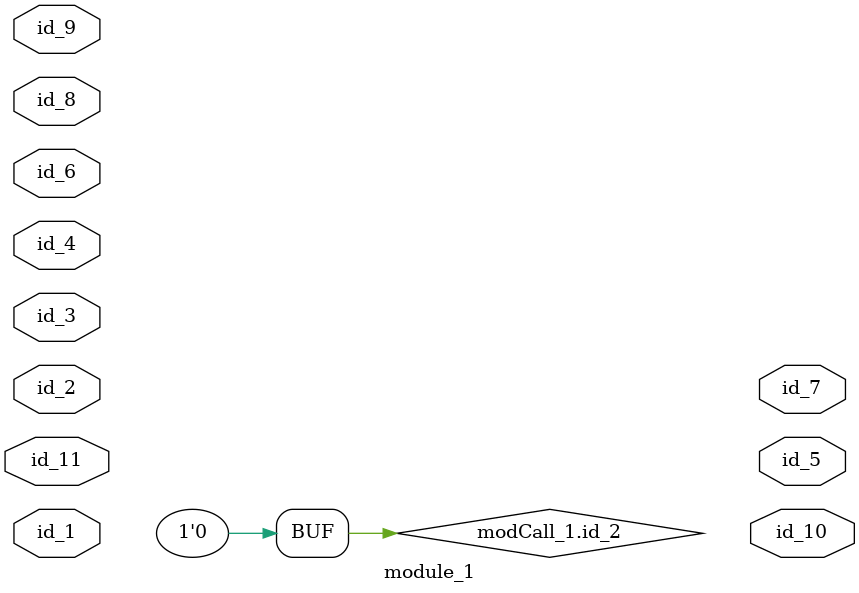
<source format=v>
module module_0 ();
  reg id_1;
  assign id_2 = id_2 & -1'b0;
  wire id_3;
  always id_2 <= id_1;
  wire id_4;
  wire id_5;
endmodule
module module_1 (
    id_1,
    id_2,
    id_3,
    id_4,
    id_5,
    id_6,
    id_7,
    id_8,
    id_9,
    id_10,
    id_11
);
  input wire id_11;
  output wire id_10;
  inout wire id_9;
  input wire id_8;
  output wire id_7;
  inout wire id_6;
  output wire id_5;
  inout wire id_4;
  input wire id_3;
  input wire id_2;
  input wire id_1;
  module_0 modCall_1 ();
  assign modCall_1.id_2 = 0;
endmodule

</source>
